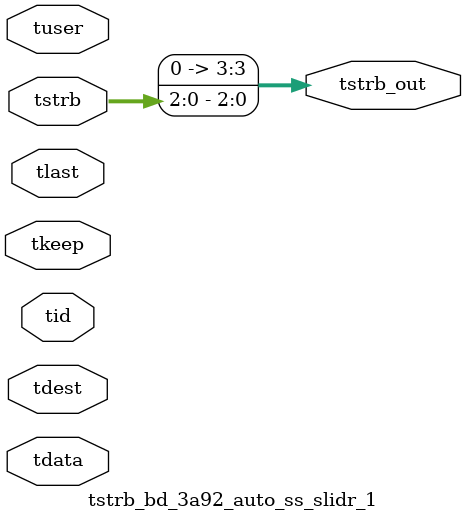
<source format=v>


`timescale 1ps/1ps

module tstrb_bd_3a92_auto_ss_slidr_1 #
(
parameter C_S_AXIS_TDATA_WIDTH = 32,
parameter C_S_AXIS_TUSER_WIDTH = 0,
parameter C_S_AXIS_TID_WIDTH   = 0,
parameter C_S_AXIS_TDEST_WIDTH = 0,
parameter C_M_AXIS_TDATA_WIDTH = 32
)
(
input  [(C_S_AXIS_TDATA_WIDTH == 0 ? 1 : C_S_AXIS_TDATA_WIDTH)-1:0     ] tdata,
input  [(C_S_AXIS_TUSER_WIDTH == 0 ? 1 : C_S_AXIS_TUSER_WIDTH)-1:0     ] tuser,
input  [(C_S_AXIS_TID_WIDTH   == 0 ? 1 : C_S_AXIS_TID_WIDTH)-1:0       ] tid,
input  [(C_S_AXIS_TDEST_WIDTH == 0 ? 1 : C_S_AXIS_TDEST_WIDTH)-1:0     ] tdest,
input  [(C_S_AXIS_TDATA_WIDTH/8)-1:0 ] tkeep,
input  [(C_S_AXIS_TDATA_WIDTH/8)-1:0 ] tstrb,
input                                                                    tlast,
output [(C_M_AXIS_TDATA_WIDTH/8)-1:0 ] tstrb_out
);

assign tstrb_out = {tstrb[2:0]};

endmodule


</source>
